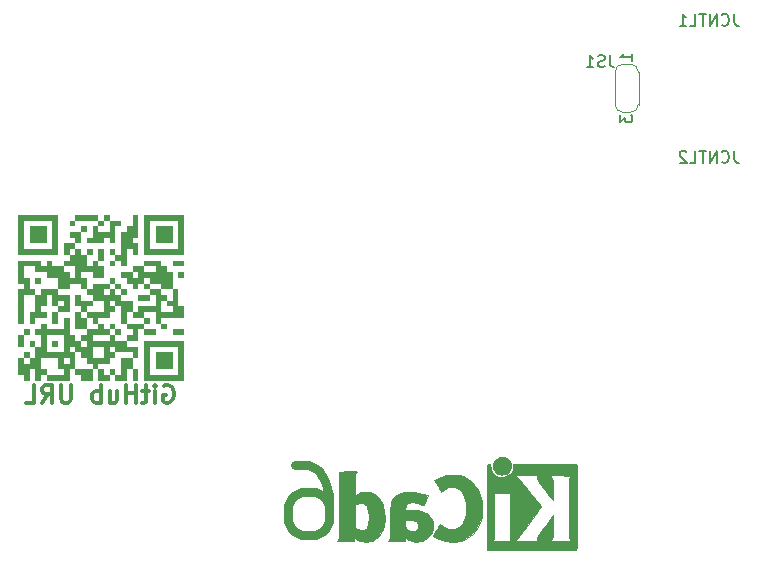
<source format=gbr>
%TF.GenerationSoftware,KiCad,Pcbnew,(6.0.10)*%
%TF.CreationDate,2023-01-10T11:19:31-08:00*%
%TF.ProjectId,we_ssr_control,77655f73-7372-45f6-936f-6e74726f6c2e,0.0.9*%
%TF.SameCoordinates,PX2faf080PY8583b00*%
%TF.FileFunction,Legend,Bot*%
%TF.FilePolarity,Positive*%
%FSLAX46Y46*%
G04 Gerber Fmt 4.6, Leading zero omitted, Abs format (unit mm)*
G04 Created by KiCad (PCBNEW (6.0.10)) date 2023-01-10 11:19:31*
%MOMM*%
%LPD*%
G01*
G04 APERTURE LIST*
%ADD10C,0.150000*%
%ADD11C,0.750000*%
%ADD12C,0.300000*%
%ADD13C,0.120000*%
%ADD14C,0.010000*%
G04 APERTURE END LIST*
D10*
X64092857Y51297620D02*
X64092857Y50583334D01*
X64140476Y50440477D01*
X64235714Y50345239D01*
X64378571Y50297620D01*
X64473809Y50297620D01*
X63045238Y50392858D02*
X63092857Y50345239D01*
X63235714Y50297620D01*
X63330952Y50297620D01*
X63473809Y50345239D01*
X63569047Y50440477D01*
X63616666Y50535715D01*
X63664285Y50726191D01*
X63664285Y50869048D01*
X63616666Y51059524D01*
X63569047Y51154762D01*
X63473809Y51250000D01*
X63330952Y51297620D01*
X63235714Y51297620D01*
X63092857Y51250000D01*
X63045238Y51202381D01*
X62616666Y50297620D02*
X62616666Y51297620D01*
X62045238Y50297620D01*
X62045238Y51297620D01*
X61711904Y51297620D02*
X61140476Y51297620D01*
X61426190Y50297620D02*
X61426190Y51297620D01*
X60330952Y50297620D02*
X60807142Y50297620D01*
X60807142Y51297620D01*
X59473809Y50297620D02*
X60045238Y50297620D01*
X59759523Y50297620D02*
X59759523Y51297620D01*
X59854761Y51154762D01*
X59950000Y51059524D01*
X60045238Y51011905D01*
X64092857Y39697620D02*
X64092857Y38983334D01*
X64140476Y38840477D01*
X64235714Y38745239D01*
X64378571Y38697620D01*
X64473809Y38697620D01*
X63045238Y38792858D02*
X63092857Y38745239D01*
X63235714Y38697620D01*
X63330952Y38697620D01*
X63473809Y38745239D01*
X63569047Y38840477D01*
X63616666Y38935715D01*
X63664285Y39126191D01*
X63664285Y39269048D01*
X63616666Y39459524D01*
X63569047Y39554762D01*
X63473809Y39650000D01*
X63330952Y39697620D01*
X63235714Y39697620D01*
X63092857Y39650000D01*
X63045238Y39602381D01*
X62616666Y38697620D02*
X62616666Y39697620D01*
X62045238Y38697620D01*
X62045238Y39697620D01*
X61711904Y39697620D02*
X61140476Y39697620D01*
X61426190Y38697620D02*
X61426190Y39697620D01*
X60330952Y38697620D02*
X60807142Y38697620D01*
X60807142Y39697620D01*
X60045238Y39602381D02*
X59997619Y39650000D01*
X59902380Y39697620D01*
X59664285Y39697620D01*
X59569047Y39650000D01*
X59521428Y39602381D01*
X59473809Y39507143D01*
X59473809Y39411905D01*
X59521428Y39269048D01*
X60092857Y38697620D01*
X59473809Y38697620D01*
%TO.C,JS1*%
X53559523Y47797620D02*
X53559523Y47083334D01*
X53607142Y46940477D01*
X53702380Y46845239D01*
X53845238Y46797620D01*
X53940476Y46797620D01*
X53130952Y46845239D02*
X52988095Y46797620D01*
X52750000Y46797620D01*
X52654761Y46845239D01*
X52607142Y46892858D01*
X52559523Y46988096D01*
X52559523Y47083334D01*
X52607142Y47178572D01*
X52654761Y47226191D01*
X52750000Y47273810D01*
X52940476Y47321429D01*
X53035714Y47369048D01*
X53083333Y47416667D01*
X53130952Y47511905D01*
X53130952Y47607143D01*
X53083333Y47702381D01*
X53035714Y47750000D01*
X52940476Y47797620D01*
X52702380Y47797620D01*
X52559523Y47750000D01*
X51607142Y46797620D02*
X52178571Y46797620D01*
X51892857Y46797620D02*
X51892857Y47797620D01*
X51988095Y47654762D01*
X52083333Y47559524D01*
X52178571Y47511905D01*
X54452380Y42733334D02*
X54452380Y42114286D01*
X54833333Y42447620D01*
X54833333Y42304762D01*
X54880952Y42209524D01*
X54928571Y42161905D01*
X55023809Y42114286D01*
X55261904Y42114286D01*
X55357142Y42161905D01*
X55404761Y42209524D01*
X55452380Y42304762D01*
X55452380Y42590477D01*
X55404761Y42685715D01*
X55357142Y42733334D01*
X55452380Y47314286D02*
X55452380Y47885715D01*
X55452380Y47600000D02*
X54452380Y47600000D01*
X54595238Y47695239D01*
X54690476Y47790477D01*
X54738095Y47885715D01*
D11*
%TO.C,#LOGO3*%
X26907142Y13135715D02*
X28050000Y13135715D01*
X28621428Y12850000D01*
X28907142Y12564286D01*
X29478571Y11707143D01*
X29764285Y10564286D01*
X29764285Y8278572D01*
X29478571Y7707143D01*
X29192857Y7421429D01*
X28621428Y7135715D01*
X27478571Y7135715D01*
X26907142Y7421429D01*
X26621428Y7707143D01*
X26335714Y8278572D01*
X26335714Y9707143D01*
X26621428Y10278572D01*
X26907142Y10564286D01*
X27478571Y10850000D01*
X28621428Y10850000D01*
X29192857Y10564286D01*
X29478571Y10278572D01*
X29764285Y9707143D01*
D12*
%TO.C,QRCode1*%
X15784000Y19812000D02*
X15929142Y19884572D01*
X16146857Y19884572D01*
X16364571Y19812000D01*
X16509714Y19666858D01*
X16582285Y19521715D01*
X16654857Y19231429D01*
X16654857Y19013715D01*
X16582285Y18723429D01*
X16509714Y18578286D01*
X16364571Y18433143D01*
X16146857Y18360572D01*
X16001714Y18360572D01*
X15784000Y18433143D01*
X15711428Y18505715D01*
X15711428Y19013715D01*
X16001714Y19013715D01*
X15058285Y18360572D02*
X15058285Y19376572D01*
X15058285Y19884572D02*
X15130857Y19812000D01*
X15058285Y19739429D01*
X14985714Y19812000D01*
X15058285Y19884572D01*
X15058285Y19739429D01*
X14550285Y19376572D02*
X13969714Y19376572D01*
X14332571Y19884572D02*
X14332571Y18578286D01*
X14260000Y18433143D01*
X14114857Y18360572D01*
X13969714Y18360572D01*
X13461714Y18360572D02*
X13461714Y19884572D01*
X13461714Y19158858D02*
X12590857Y19158858D01*
X12590857Y18360572D02*
X12590857Y19884572D01*
X11212000Y19376572D02*
X11212000Y18360572D01*
X11865142Y19376572D02*
X11865142Y18578286D01*
X11792571Y18433143D01*
X11647428Y18360572D01*
X11429714Y18360572D01*
X11284571Y18433143D01*
X11212000Y18505715D01*
X10486285Y18360572D02*
X10486285Y19884572D01*
X10486285Y19304000D02*
X10341142Y19376572D01*
X10050857Y19376572D01*
X9905714Y19304000D01*
X9833142Y19231429D01*
X9760571Y19086286D01*
X9760571Y18650858D01*
X9833142Y18505715D01*
X9905714Y18433143D01*
X10050857Y18360572D01*
X10341142Y18360572D01*
X10486285Y18433143D01*
X7946285Y19884572D02*
X7946285Y18650858D01*
X7873714Y18505715D01*
X7801142Y18433143D01*
X7656000Y18360572D01*
X7365714Y18360572D01*
X7220571Y18433143D01*
X7148000Y18505715D01*
X7075428Y18650858D01*
X7075428Y19884572D01*
X5478857Y18360572D02*
X5986857Y19086286D01*
X6349714Y18360572D02*
X6349714Y19884572D01*
X5769142Y19884572D01*
X5624000Y19812000D01*
X5551428Y19739429D01*
X5478857Y19594286D01*
X5478857Y19376572D01*
X5551428Y19231429D01*
X5624000Y19158858D01*
X5769142Y19086286D01*
X6349714Y19086286D01*
X4100000Y18360572D02*
X4825714Y18360572D01*
X4825714Y19884572D01*
D13*
%TO.C,JS1*%
X54000000Y46400000D02*
X54000000Y43600000D01*
X55300000Y47050000D02*
X54700000Y47050000D01*
X56000000Y43600000D02*
X56000000Y46400000D01*
X54700000Y42950000D02*
X55300000Y42950000D01*
X54700000Y47050000D02*
G75*
G03*
X54000000Y46350000I-1J-699999D01*
G01*
X54000000Y43650000D02*
G75*
G03*
X54700000Y42950000I700000J0D01*
G01*
X56000000Y46350000D02*
G75*
G03*
X55300000Y47050000I-699999J1D01*
G01*
X55300000Y42950000D02*
G75*
G03*
X56000000Y43650000I0J700000D01*
G01*
%TO.C,#LOGO3*%
G36*
X44536337Y13779161D02*
G01*
X44675779Y13744995D01*
X44807955Y13683675D01*
X44928699Y13595190D01*
X45033846Y13479530D01*
X45119230Y13336687D01*
X45142121Y13286367D01*
X45160666Y13235364D01*
X45171072Y13184376D01*
X45175633Y13121309D01*
X45176643Y13034071D01*
X45176032Y12961461D01*
X45172350Y12894730D01*
X45163322Y12842666D01*
X45146694Y12793314D01*
X45120212Y12734714D01*
X45112552Y12719098D01*
X45022006Y12576107D01*
X44908125Y12458457D01*
X44774141Y12368911D01*
X44623286Y12310228D01*
X44545881Y12293853D01*
X44388849Y12286190D01*
X44236753Y12310984D01*
X44094054Y12365694D01*
X43965212Y12447777D01*
X43854686Y12554691D01*
X43766936Y12683893D01*
X43706423Y12832842D01*
X43684283Y12954735D01*
X43682288Y13089249D01*
X43700295Y13220092D01*
X43737446Y13333428D01*
X43780372Y13414457D01*
X43875933Y13543013D01*
X43989221Y13644473D01*
X44116071Y13718828D01*
X44252318Y13766067D01*
X44393795Y13786182D01*
X44536337Y13779161D01*
G37*
D14*
X44536337Y13779161D02*
X44675779Y13744995D01*
X44807955Y13683675D01*
X44928699Y13595190D01*
X45033846Y13479530D01*
X45119230Y13336687D01*
X45142121Y13286367D01*
X45160666Y13235364D01*
X45171072Y13184376D01*
X45175633Y13121309D01*
X45176643Y13034071D01*
X45176032Y12961461D01*
X45172350Y12894730D01*
X45163322Y12842666D01*
X45146694Y12793314D01*
X45120212Y12734714D01*
X45112552Y12719098D01*
X45022006Y12576107D01*
X44908125Y12458457D01*
X44774141Y12368911D01*
X44623286Y12310228D01*
X44545881Y12293853D01*
X44388849Y12286190D01*
X44236753Y12310984D01*
X44094054Y12365694D01*
X43965212Y12447777D01*
X43854686Y12554691D01*
X43766936Y12683893D01*
X43706423Y12832842D01*
X43684283Y12954735D01*
X43682288Y13089249D01*
X43700295Y13220092D01*
X43737446Y13333428D01*
X43780372Y13414457D01*
X43875933Y13543013D01*
X43989221Y13644473D01*
X44116071Y13718828D01*
X44252318Y13766067D01*
X44393795Y13786182D01*
X44536337Y13779161D01*
G36*
X38589842Y7786278D02*
G01*
X38572232Y7650167D01*
X38545659Y7536786D01*
X38503259Y7420133D01*
X38404976Y7227890D01*
X38279350Y7058753D01*
X38127681Y6913874D01*
X37951271Y6794406D01*
X37751420Y6701501D01*
X37529429Y6636311D01*
X37438907Y6621608D01*
X37309552Y6611389D01*
X37168675Y6609091D01*
X37028050Y6614528D01*
X36899449Y6627515D01*
X36794643Y6647867D01*
X36741979Y6663891D01*
X36622369Y6710781D01*
X36500783Y6770312D01*
X36389765Y6836029D01*
X36301859Y6901476D01*
X36300778Y6902421D01*
X36252607Y6943264D01*
X36215545Y6972347D01*
X36197537Y6983428D01*
X36195568Y6980783D01*
X36191113Y6952206D01*
X36188018Y6898906D01*
X36186857Y6829214D01*
X36186857Y6675000D01*
X35506500Y6675000D01*
X35488389Y6675003D01*
X35336490Y6675269D01*
X35197078Y6675930D01*
X35074118Y6676938D01*
X34971579Y6678242D01*
X34893426Y6679795D01*
X34843625Y6681546D01*
X34826143Y6683447D01*
X34826550Y6685107D01*
X34837988Y6709623D01*
X34861962Y6755683D01*
X34894179Y6814982D01*
X34962215Y6938071D01*
X34972190Y8153311D01*
X36259429Y8153311D01*
X36259935Y8057297D01*
X36262387Y7956413D01*
X36267190Y7883493D01*
X36274695Y7833788D01*
X36285250Y7802551D01*
X36298828Y7780245D01*
X36349962Y7719439D01*
X36418475Y7656137D01*
X36493568Y7599735D01*
X36564440Y7559630D01*
X36603761Y7544915D01*
X36694302Y7525323D01*
X36812555Y7515306D01*
X36937232Y7516823D01*
X37055627Y7537426D01*
X37154449Y7579989D01*
X37239948Y7646429D01*
X37264000Y7671005D01*
X37326622Y7754815D01*
X37360504Y7845150D01*
X37370679Y7953849D01*
X37367922Y8011275D01*
X37340661Y8129493D01*
X37283390Y8230961D01*
X37195068Y8316821D01*
X37074651Y8388216D01*
X36921097Y8446286D01*
X36859193Y8461525D01*
X36784251Y8471959D01*
X36689937Y8477754D01*
X36567857Y8479702D01*
X36548026Y8479701D01*
X36456696Y8478586D01*
X36378244Y8475892D01*
X36320471Y8471971D01*
X36291179Y8467176D01*
X36287808Y8465620D01*
X36276910Y8455846D01*
X36269192Y8436206D01*
X36264119Y8401415D01*
X36261157Y8346191D01*
X36259772Y8265250D01*
X36259429Y8153311D01*
X34972190Y8153311D01*
X34972714Y8217143D01*
X34974275Y8403439D01*
X34976458Y8641035D01*
X34978750Y8847302D01*
X34981335Y9025158D01*
X34984400Y9177519D01*
X34988128Y9307304D01*
X34992705Y9417428D01*
X34998316Y9510810D01*
X35005147Y9590365D01*
X35013383Y9659012D01*
X35023208Y9719667D01*
X35034808Y9775248D01*
X35048368Y9828671D01*
X35064073Y9882854D01*
X35082109Y9940714D01*
X35153161Y10122102D01*
X35250464Y10289742D01*
X35371641Y10433268D01*
X35517803Y10553430D01*
X35690057Y10650980D01*
X35889515Y10726669D01*
X36117285Y10781247D01*
X36374477Y10815465D01*
X36464368Y10822270D01*
X36615760Y10827245D01*
X36765814Y10822765D01*
X36921554Y10808073D01*
X37090005Y10782416D01*
X37278193Y10745038D01*
X37493143Y10695182D01*
X37542828Y10683119D01*
X37667601Y10653435D01*
X37785861Y10626102D01*
X37890436Y10602737D01*
X37974154Y10584953D01*
X38029845Y10574364D01*
X38158333Y10553260D01*
X37977695Y10115451D01*
X37932512Y10006141D01*
X37888061Y9899031D01*
X37849923Y9807582D01*
X37819969Y9736267D01*
X37800071Y9689563D01*
X37792103Y9671942D01*
X37790850Y9671690D01*
X37767758Y9679557D01*
X37722353Y9699717D01*
X37662824Y9728583D01*
X37539096Y9784797D01*
X37368837Y9846260D01*
X37194578Y9893330D01*
X37023133Y9924823D01*
X36861317Y9939557D01*
X36715944Y9936350D01*
X36593829Y9914021D01*
X36508601Y9878591D01*
X36411809Y9805983D01*
X36337297Y9707482D01*
X36287199Y9586117D01*
X36263649Y9444920D01*
X36255355Y9314785D01*
X36688285Y9313600D01*
X36834285Y9312376D01*
X36995771Y9308028D01*
X37133725Y9299822D01*
X37255281Y9286961D01*
X37367577Y9268646D01*
X37477747Y9244081D01*
X37592929Y9212467D01*
X37765268Y9152291D01*
X37967975Y9053194D01*
X38145876Y8931810D01*
X38297217Y8789845D01*
X38420243Y8629007D01*
X38513199Y8451003D01*
X38574330Y8257540D01*
X38583904Y8205435D01*
X38596177Y8076467D01*
X38597722Y7953849D01*
X38597990Y7932563D01*
X38589842Y7786278D01*
G37*
X38589842Y7786278D02*
X38572232Y7650167D01*
X38545659Y7536786D01*
X38503259Y7420133D01*
X38404976Y7227890D01*
X38279350Y7058753D01*
X38127681Y6913874D01*
X37951271Y6794406D01*
X37751420Y6701501D01*
X37529429Y6636311D01*
X37438907Y6621608D01*
X37309552Y6611389D01*
X37168675Y6609091D01*
X37028050Y6614528D01*
X36899449Y6627515D01*
X36794643Y6647867D01*
X36741979Y6663891D01*
X36622369Y6710781D01*
X36500783Y6770312D01*
X36389765Y6836029D01*
X36301859Y6901476D01*
X36300778Y6902421D01*
X36252607Y6943264D01*
X36215545Y6972347D01*
X36197537Y6983428D01*
X36195568Y6980783D01*
X36191113Y6952206D01*
X36188018Y6898906D01*
X36186857Y6829214D01*
X36186857Y6675000D01*
X35506500Y6675000D01*
X35488389Y6675003D01*
X35336490Y6675269D01*
X35197078Y6675930D01*
X35074118Y6676938D01*
X34971579Y6678242D01*
X34893426Y6679795D01*
X34843625Y6681546D01*
X34826143Y6683447D01*
X34826550Y6685107D01*
X34837988Y6709623D01*
X34861962Y6755683D01*
X34894179Y6814982D01*
X34962215Y6938071D01*
X34972190Y8153311D01*
X36259429Y8153311D01*
X36259935Y8057297D01*
X36262387Y7956413D01*
X36267190Y7883493D01*
X36274695Y7833788D01*
X36285250Y7802551D01*
X36298828Y7780245D01*
X36349962Y7719439D01*
X36418475Y7656137D01*
X36493568Y7599735D01*
X36564440Y7559630D01*
X36603761Y7544915D01*
X36694302Y7525323D01*
X36812555Y7515306D01*
X36937232Y7516823D01*
X37055627Y7537426D01*
X37154449Y7579989D01*
X37239948Y7646429D01*
X37264000Y7671005D01*
X37326622Y7754815D01*
X37360504Y7845150D01*
X37370679Y7953849D01*
X37367922Y8011275D01*
X37340661Y8129493D01*
X37283390Y8230961D01*
X37195068Y8316821D01*
X37074651Y8388216D01*
X36921097Y8446286D01*
X36859193Y8461525D01*
X36784251Y8471959D01*
X36689937Y8477754D01*
X36567857Y8479702D01*
X36548026Y8479701D01*
X36456696Y8478586D01*
X36378244Y8475892D01*
X36320471Y8471971D01*
X36291179Y8467176D01*
X36287808Y8465620D01*
X36276910Y8455846D01*
X36269192Y8436206D01*
X36264119Y8401415D01*
X36261157Y8346191D01*
X36259772Y8265250D01*
X36259429Y8153311D01*
X34972190Y8153311D01*
X34972714Y8217143D01*
X34974275Y8403439D01*
X34976458Y8641035D01*
X34978750Y8847302D01*
X34981335Y9025158D01*
X34984400Y9177519D01*
X34988128Y9307304D01*
X34992705Y9417428D01*
X34998316Y9510810D01*
X35005147Y9590365D01*
X35013383Y9659012D01*
X35023208Y9719667D01*
X35034808Y9775248D01*
X35048368Y9828671D01*
X35064073Y9882854D01*
X35082109Y9940714D01*
X35153161Y10122102D01*
X35250464Y10289742D01*
X35371641Y10433268D01*
X35517803Y10553430D01*
X35690057Y10650980D01*
X35889515Y10726669D01*
X36117285Y10781247D01*
X36374477Y10815465D01*
X36464368Y10822270D01*
X36615760Y10827245D01*
X36765814Y10822765D01*
X36921554Y10808073D01*
X37090005Y10782416D01*
X37278193Y10745038D01*
X37493143Y10695182D01*
X37542828Y10683119D01*
X37667601Y10653435D01*
X37785861Y10626102D01*
X37890436Y10602737D01*
X37974154Y10584953D01*
X38029845Y10574364D01*
X38158333Y10553260D01*
X37977695Y10115451D01*
X37932512Y10006141D01*
X37888061Y9899031D01*
X37849923Y9807582D01*
X37819969Y9736267D01*
X37800071Y9689563D01*
X37792103Y9671942D01*
X37790850Y9671690D01*
X37767758Y9679557D01*
X37722353Y9699717D01*
X37662824Y9728583D01*
X37539096Y9784797D01*
X37368837Y9846260D01*
X37194578Y9893330D01*
X37023133Y9924823D01*
X36861317Y9939557D01*
X36715944Y9936350D01*
X36593829Y9914021D01*
X36508601Y9878591D01*
X36411809Y9805983D01*
X36337297Y9707482D01*
X36287199Y9586117D01*
X36263649Y9444920D01*
X36255355Y9314785D01*
X36688285Y9313600D01*
X36834285Y9312376D01*
X36995771Y9308028D01*
X37133725Y9299822D01*
X37255281Y9286961D01*
X37367577Y9268646D01*
X37477747Y9244081D01*
X37592929Y9212467D01*
X37765268Y9152291D01*
X37967975Y9053194D01*
X38145876Y8931810D01*
X38297217Y8789845D01*
X38420243Y8629007D01*
X38513199Y8451003D01*
X38574330Y8257540D01*
X38583904Y8205435D01*
X38596177Y8076467D01*
X38597722Y7953849D01*
X38597990Y7932563D01*
X38589842Y7786278D01*
G36*
X40423834Y12283969D02*
G01*
X40667638Y12261587D01*
X40894132Y12216449D01*
X41111742Y12146655D01*
X41328891Y12050304D01*
X41543845Y11927285D01*
X41774534Y11759578D01*
X41988459Y11565677D01*
X42180911Y11350382D01*
X42347180Y11118493D01*
X42482553Y10874810D01*
X42494841Y10848742D01*
X42597750Y10597119D01*
X42675946Y10335655D01*
X42730439Y10059354D01*
X42762241Y9763221D01*
X42772360Y9442261D01*
X42760056Y9110472D01*
X42721001Y8783724D01*
X42654590Y8477851D01*
X42560227Y8190683D01*
X42437320Y7920051D01*
X42285273Y7663786D01*
X42142450Y7468000D01*
X41945243Y7247711D01*
X41730296Y7059026D01*
X41497703Y6902007D01*
X41247558Y6776715D01*
X40979957Y6683214D01*
X40694992Y6621563D01*
X40691740Y6621083D01*
X40636862Y6616268D01*
X40554049Y6612696D01*
X40450958Y6610535D01*
X40335246Y6609950D01*
X40214572Y6611109D01*
X40129997Y6612808D01*
X40004512Y6616742D01*
X39903958Y6622374D01*
X39821083Y6630306D01*
X39748634Y6641137D01*
X39679357Y6655470D01*
X39601416Y6673993D01*
X39520099Y6695086D01*
X39446556Y6717213D01*
X39374112Y6742967D01*
X39296093Y6774940D01*
X39205825Y6815722D01*
X39096631Y6867907D01*
X38961839Y6934085D01*
X38589036Y7118323D01*
X38887628Y7608769D01*
X38926719Y7672959D01*
X38996950Y7788190D01*
X39059811Y7891206D01*
X39113004Y7978252D01*
X39154233Y8045568D01*
X39181200Y8089399D01*
X39191607Y8105985D01*
X39194502Y8105490D01*
X39217820Y8089258D01*
X39258786Y8055571D01*
X39310927Y8009655D01*
X39403787Y7930322D01*
X39569562Y7813010D01*
X39730403Y7731229D01*
X39846631Y7690389D01*
X40043222Y7648652D01*
X40236378Y7641254D01*
X40423299Y7667691D01*
X40601183Y7727460D01*
X40767230Y7820057D01*
X40918637Y7944978D01*
X41002886Y8036986D01*
X41121574Y8207169D01*
X41218964Y8404658D01*
X41295519Y8630464D01*
X41351707Y8885599D01*
X41354256Y8901438D01*
X41366033Y9004097D01*
X41374800Y9131649D01*
X41380486Y9275378D01*
X41383021Y9426569D01*
X41382333Y9576507D01*
X41378352Y9716476D01*
X41371006Y9837759D01*
X41360225Y9931643D01*
X41318900Y10144308D01*
X41249365Y10392730D01*
X41161915Y10610219D01*
X41056665Y10796607D01*
X40933732Y10951727D01*
X40793235Y11075410D01*
X40635288Y11167488D01*
X40460010Y11227791D01*
X40421121Y11235276D01*
X40323666Y11245049D01*
X40209773Y11248239D01*
X40092204Y11245021D01*
X39983717Y11235571D01*
X39897072Y11220064D01*
X39752732Y11170687D01*
X39585228Y11080544D01*
X39436080Y10961916D01*
X39409756Y10936927D01*
X39362057Y10892715D01*
X39328345Y10862958D01*
X39314649Y10853059D01*
X39311277Y10857793D01*
X39290523Y10887687D01*
X39253028Y10941967D01*
X39201270Y11017038D01*
X39137728Y11109306D01*
X39064877Y11215177D01*
X38985197Y11331056D01*
X38659286Y11805183D01*
X38732092Y11826996D01*
X38739690Y11829468D01*
X38789145Y11849102D01*
X38860447Y11880761D01*
X38945228Y11920638D01*
X39035120Y11964924D01*
X39074292Y11984504D01*
X39291804Y12085591D01*
X39492283Y12163762D01*
X39683438Y12221015D01*
X39872981Y12259351D01*
X40068622Y12280769D01*
X40278072Y12287269D01*
X40423834Y12283969D01*
G37*
X40423834Y12283969D02*
X40667638Y12261587D01*
X40894132Y12216449D01*
X41111742Y12146655D01*
X41328891Y12050304D01*
X41543845Y11927285D01*
X41774534Y11759578D01*
X41988459Y11565677D01*
X42180911Y11350382D01*
X42347180Y11118493D01*
X42482553Y10874810D01*
X42494841Y10848742D01*
X42597750Y10597119D01*
X42675946Y10335655D01*
X42730439Y10059354D01*
X42762241Y9763221D01*
X42772360Y9442261D01*
X42760056Y9110472D01*
X42721001Y8783724D01*
X42654590Y8477851D01*
X42560227Y8190683D01*
X42437320Y7920051D01*
X42285273Y7663786D01*
X42142450Y7468000D01*
X41945243Y7247711D01*
X41730296Y7059026D01*
X41497703Y6902007D01*
X41247558Y6776715D01*
X40979957Y6683214D01*
X40694992Y6621563D01*
X40691740Y6621083D01*
X40636862Y6616268D01*
X40554049Y6612696D01*
X40450958Y6610535D01*
X40335246Y6609950D01*
X40214572Y6611109D01*
X40129997Y6612808D01*
X40004512Y6616742D01*
X39903958Y6622374D01*
X39821083Y6630306D01*
X39748634Y6641137D01*
X39679357Y6655470D01*
X39601416Y6673993D01*
X39520099Y6695086D01*
X39446556Y6717213D01*
X39374112Y6742967D01*
X39296093Y6774940D01*
X39205825Y6815722D01*
X39096631Y6867907D01*
X38961839Y6934085D01*
X38589036Y7118323D01*
X38887628Y7608769D01*
X38926719Y7672959D01*
X38996950Y7788190D01*
X39059811Y7891206D01*
X39113004Y7978252D01*
X39154233Y8045568D01*
X39181200Y8089399D01*
X39191607Y8105985D01*
X39194502Y8105490D01*
X39217820Y8089258D01*
X39258786Y8055571D01*
X39310927Y8009655D01*
X39403787Y7930322D01*
X39569562Y7813010D01*
X39730403Y7731229D01*
X39846631Y7690389D01*
X40043222Y7648652D01*
X40236378Y7641254D01*
X40423299Y7667691D01*
X40601183Y7727460D01*
X40767230Y7820057D01*
X40918637Y7944978D01*
X41002886Y8036986D01*
X41121574Y8207169D01*
X41218964Y8404658D01*
X41295519Y8630464D01*
X41351707Y8885599D01*
X41354256Y8901438D01*
X41366033Y9004097D01*
X41374800Y9131649D01*
X41380486Y9275378D01*
X41383021Y9426569D01*
X41382333Y9576507D01*
X41378352Y9716476D01*
X41371006Y9837759D01*
X41360225Y9931643D01*
X41318900Y10144308D01*
X41249365Y10392730D01*
X41161915Y10610219D01*
X41056665Y10796607D01*
X40933732Y10951727D01*
X40793235Y11075410D01*
X40635288Y11167488D01*
X40460010Y11227791D01*
X40421121Y11235276D01*
X40323666Y11245049D01*
X40209773Y11248239D01*
X40092204Y11245021D01*
X39983717Y11235571D01*
X39897072Y11220064D01*
X39752732Y11170687D01*
X39585228Y11080544D01*
X39436080Y10961916D01*
X39409756Y10936927D01*
X39362057Y10892715D01*
X39328345Y10862958D01*
X39314649Y10853059D01*
X39311277Y10857793D01*
X39290523Y10887687D01*
X39253028Y10941967D01*
X39201270Y11017038D01*
X39137728Y11109306D01*
X39064877Y11215177D01*
X38985197Y11331056D01*
X38659286Y11805183D01*
X38732092Y11826996D01*
X38739690Y11829468D01*
X38789145Y11849102D01*
X38860447Y11880761D01*
X38945228Y11920638D01*
X39035120Y11964924D01*
X39074292Y11984504D01*
X39291804Y12085591D01*
X39492283Y12163762D01*
X39683438Y12221015D01*
X39872981Y12259351D01*
X40068622Y12280769D01*
X40278072Y12287269D01*
X40423834Y12283969D01*
G36*
X34493255Y8335567D02*
G01*
X34482247Y8187498D01*
X34463229Y8051202D01*
X34435349Y7918625D01*
X34397754Y7781714D01*
X34340743Y7618064D01*
X34236036Y7397143D01*
X34107598Y7199266D01*
X33957393Y7026303D01*
X33787387Y6880124D01*
X33599545Y6762599D01*
X33395832Y6675598D01*
X33178212Y6620991D01*
X33175593Y6620553D01*
X33016553Y6605250D01*
X32841809Y6607293D01*
X32663820Y6625421D01*
X32495046Y6658376D01*
X32347948Y6704899D01*
X32285161Y6733209D01*
X32203387Y6776239D01*
X32119359Y6825454D01*
X32041845Y6875437D01*
X31979612Y6920771D01*
X31941429Y6956040D01*
X31932663Y6965723D01*
X31922214Y6969108D01*
X31915229Y6952304D01*
X31910082Y6909955D01*
X31905143Y6836705D01*
X31896072Y6684071D01*
X30506360Y6674567D01*
X30554439Y6756607D01*
X30557305Y6761457D01*
X30571285Y6784228D01*
X30583969Y6804513D01*
X30595423Y6824075D01*
X30605715Y6844676D01*
X30614915Y6868080D01*
X30623090Y6896047D01*
X30630309Y6930340D01*
X30636640Y6972722D01*
X30642151Y7024954D01*
X30646910Y7088800D01*
X30650985Y7166021D01*
X30654446Y7258380D01*
X30657359Y7367639D01*
X30659794Y7495560D01*
X30661818Y7643906D01*
X30663452Y7809444D01*
X31986786Y7809444D01*
X32077500Y7749943D01*
X32112386Y7728509D01*
X32192265Y7685689D01*
X32268000Y7651590D01*
X32301168Y7640045D01*
X32406705Y7616996D01*
X32540143Y7605227D01*
X32607996Y7602778D01*
X32670980Y7603334D01*
X32717866Y7609625D01*
X32759920Y7623374D01*
X32808409Y7646308D01*
X32901595Y7707741D01*
X32982324Y7794642D01*
X33046945Y7906631D01*
X33096073Y8045461D01*
X33130321Y8212889D01*
X33150306Y8410671D01*
X33156641Y8640560D01*
X33156333Y8692825D01*
X33147225Y8934985D01*
X33125109Y9145698D01*
X33089447Y9327186D01*
X33039701Y9481673D01*
X32975333Y9611381D01*
X32895805Y9718534D01*
X32862812Y9751237D01*
X32760560Y9819368D01*
X32640526Y9860827D01*
X32507910Y9875378D01*
X32367913Y9862786D01*
X32225733Y9822815D01*
X32086572Y9755229D01*
X31986786Y9695416D01*
X31986786Y7809444D01*
X30663452Y7809444D01*
X30663501Y7814438D01*
X30664909Y8008919D01*
X30666112Y8229112D01*
X30667177Y8476779D01*
X30668173Y8753682D01*
X30669168Y9061583D01*
X30670231Y9402244D01*
X30671429Y9777428D01*
X30680500Y12544214D01*
X31401679Y12548958D01*
X31454124Y12549277D01*
X31608429Y12549911D01*
X31749564Y12550039D01*
X31873677Y12549689D01*
X31976915Y12548888D01*
X32055426Y12547660D01*
X32105357Y12546033D01*
X32122857Y12544033D01*
X32120618Y12537695D01*
X32103917Y12507644D01*
X32076255Y12463943D01*
X32073495Y12459765D01*
X32052048Y12426023D01*
X32034065Y12393194D01*
X32019242Y12357895D01*
X32007274Y12316745D01*
X31997856Y12266362D01*
X31990683Y12203366D01*
X31985450Y12124373D01*
X31981852Y12026003D01*
X31979584Y11904874D01*
X31978342Y11757604D01*
X31977821Y11580812D01*
X31977714Y11371116D01*
X31977905Y11207397D01*
X31978487Y11046661D01*
X31979419Y10900917D01*
X31980659Y10773714D01*
X31982164Y10668600D01*
X31983893Y10589125D01*
X31985802Y10538837D01*
X31987850Y10521286D01*
X31994455Y10524010D01*
X32023490Y10543193D01*
X32064957Y10574697D01*
X32125072Y10617064D01*
X32238021Y10679489D01*
X32367116Y10735172D01*
X32500309Y10778475D01*
X32612215Y10800556D01*
X32751587Y10814632D01*
X32902426Y10819508D01*
X33053093Y10815180D01*
X33191946Y10801641D01*
X33307345Y10778885D01*
X33424847Y10740553D01*
X33620869Y10647629D01*
X33802371Y10524092D01*
X33966004Y10372788D01*
X34108419Y10196560D01*
X34226270Y9998254D01*
X34255528Y9937444D01*
X34337518Y9732330D01*
X34401619Y9509715D01*
X34448642Y9265675D01*
X34479395Y8996287D01*
X34494690Y8697626D01*
X34495400Y8640560D01*
X34497105Y8503463D01*
X34493255Y8335567D01*
G37*
X34493255Y8335567D02*
X34482247Y8187498D01*
X34463229Y8051202D01*
X34435349Y7918625D01*
X34397754Y7781714D01*
X34340743Y7618064D01*
X34236036Y7397143D01*
X34107598Y7199266D01*
X33957393Y7026303D01*
X33787387Y6880124D01*
X33599545Y6762599D01*
X33395832Y6675598D01*
X33178212Y6620991D01*
X33175593Y6620553D01*
X33016553Y6605250D01*
X32841809Y6607293D01*
X32663820Y6625421D01*
X32495046Y6658376D01*
X32347948Y6704899D01*
X32285161Y6733209D01*
X32203387Y6776239D01*
X32119359Y6825454D01*
X32041845Y6875437D01*
X31979612Y6920771D01*
X31941429Y6956040D01*
X31932663Y6965723D01*
X31922214Y6969108D01*
X31915229Y6952304D01*
X31910082Y6909955D01*
X31905143Y6836705D01*
X31896072Y6684071D01*
X30506360Y6674567D01*
X30554439Y6756607D01*
X30557305Y6761457D01*
X30571285Y6784228D01*
X30583969Y6804513D01*
X30595423Y6824075D01*
X30605715Y6844676D01*
X30614915Y6868080D01*
X30623090Y6896047D01*
X30630309Y6930340D01*
X30636640Y6972722D01*
X30642151Y7024954D01*
X30646910Y7088800D01*
X30650985Y7166021D01*
X30654446Y7258380D01*
X30657359Y7367639D01*
X30659794Y7495560D01*
X30661818Y7643906D01*
X30663452Y7809444D01*
X31986786Y7809444D01*
X32077500Y7749943D01*
X32112386Y7728509D01*
X32192265Y7685689D01*
X32268000Y7651590D01*
X32301168Y7640045D01*
X32406705Y7616996D01*
X32540143Y7605227D01*
X32607996Y7602778D01*
X32670980Y7603334D01*
X32717866Y7609625D01*
X32759920Y7623374D01*
X32808409Y7646308D01*
X32901595Y7707741D01*
X32982324Y7794642D01*
X33046945Y7906631D01*
X33096073Y8045461D01*
X33130321Y8212889D01*
X33150306Y8410671D01*
X33156641Y8640560D01*
X33156333Y8692825D01*
X33147225Y8934985D01*
X33125109Y9145698D01*
X33089447Y9327186D01*
X33039701Y9481673D01*
X32975333Y9611381D01*
X32895805Y9718534D01*
X32862812Y9751237D01*
X32760560Y9819368D01*
X32640526Y9860827D01*
X32507910Y9875378D01*
X32367913Y9862786D01*
X32225733Y9822815D01*
X32086572Y9755229D01*
X31986786Y9695416D01*
X31986786Y7809444D01*
X30663452Y7809444D01*
X30663501Y7814438D01*
X30664909Y8008919D01*
X30666112Y8229112D01*
X30667177Y8476779D01*
X30668173Y8753682D01*
X30669168Y9061583D01*
X30670231Y9402244D01*
X30671429Y9777428D01*
X30680500Y12544214D01*
X31401679Y12548958D01*
X31454124Y12549277D01*
X31608429Y12549911D01*
X31749564Y12550039D01*
X31873677Y12549689D01*
X31976915Y12548888D01*
X32055426Y12547660D01*
X32105357Y12546033D01*
X32122857Y12544033D01*
X32120618Y12537695D01*
X32103917Y12507644D01*
X32076255Y12463943D01*
X32073495Y12459765D01*
X32052048Y12426023D01*
X32034065Y12393194D01*
X32019242Y12357895D01*
X32007274Y12316745D01*
X31997856Y12266362D01*
X31990683Y12203366D01*
X31985450Y12124373D01*
X31981852Y12026003D01*
X31979584Y11904874D01*
X31978342Y11757604D01*
X31977821Y11580812D01*
X31977714Y11371116D01*
X31977905Y11207397D01*
X31978487Y11046661D01*
X31979419Y10900917D01*
X31980659Y10773714D01*
X31982164Y10668600D01*
X31983893Y10589125D01*
X31985802Y10538837D01*
X31987850Y10521286D01*
X31994455Y10524010D01*
X32023490Y10543193D01*
X32064957Y10574697D01*
X32125072Y10617064D01*
X32238021Y10679489D01*
X32367116Y10735172D01*
X32500309Y10778475D01*
X32612215Y10800556D01*
X32751587Y10814632D01*
X32902426Y10819508D01*
X33053093Y10815180D01*
X33191946Y10801641D01*
X33307345Y10778885D01*
X33424847Y10740553D01*
X33620869Y10647629D01*
X33802371Y10524092D01*
X33966004Y10372788D01*
X34108419Y10196560D01*
X34226270Y9998254D01*
X34255528Y9937444D01*
X34337518Y9732330D01*
X34401619Y9509715D01*
X34448642Y9265675D01*
X34479395Y8996287D01*
X34494690Y8697626D01*
X34495400Y8640560D01*
X34497105Y8503463D01*
X34493255Y8335567D01*
G36*
X50767560Y6498447D02*
G01*
X50765241Y6377254D01*
X50762425Y6274060D01*
X50759064Y6187365D01*
X50755110Y6115668D01*
X50750517Y6057470D01*
X50745238Y6011270D01*
X50739225Y5975567D01*
X50732430Y5948863D01*
X50724808Y5929655D01*
X50716309Y5916445D01*
X50706889Y5907732D01*
X50696498Y5902015D01*
X50685090Y5897794D01*
X50672618Y5893570D01*
X50659034Y5887841D01*
X50651391Y5884970D01*
X50637371Y5881835D01*
X50616538Y5878963D01*
X50587421Y5876341D01*
X50548544Y5873960D01*
X50498434Y5871806D01*
X50435617Y5869870D01*
X50358620Y5868138D01*
X50265969Y5866600D01*
X50156190Y5865244D01*
X50027810Y5864059D01*
X49879354Y5863032D01*
X49709350Y5862154D01*
X49516323Y5861411D01*
X49298800Y5860793D01*
X49055308Y5860287D01*
X48784371Y5859884D01*
X48484517Y5859570D01*
X48154273Y5859335D01*
X47792164Y5859166D01*
X47396716Y5859053D01*
X46966456Y5858984D01*
X46830108Y5858971D01*
X46409186Y5858962D01*
X46022647Y5859015D01*
X45669034Y5859140D01*
X45346890Y5859348D01*
X45054761Y5859649D01*
X44791188Y5860054D01*
X44554716Y5860574D01*
X44343890Y5861218D01*
X44157251Y5861998D01*
X43993345Y5862924D01*
X43850715Y5864007D01*
X43727905Y5865257D01*
X43623458Y5866685D01*
X43535919Y5868302D01*
X43463830Y5870117D01*
X43405736Y5872142D01*
X43360180Y5874387D01*
X43325707Y5876863D01*
X43300859Y5879580D01*
X43284181Y5882549D01*
X43274217Y5885780D01*
X43271046Y5887218D01*
X43258067Y5891942D01*
X43246165Y5895392D01*
X43235292Y5899070D01*
X43225398Y5904479D01*
X43216437Y5913121D01*
X43208359Y5926498D01*
X43201116Y5946114D01*
X43194661Y5973469D01*
X43188945Y6010067D01*
X43183919Y6057410D01*
X43179536Y6117000D01*
X43175747Y6190341D01*
X43172504Y6278933D01*
X43169759Y6384280D01*
X43167463Y6507883D01*
X43165568Y6651246D01*
X43164946Y6717633D01*
X43643373Y6717633D01*
X43643898Y6711275D01*
X43653521Y6706123D01*
X43675264Y6702050D01*
X43712148Y6698930D01*
X43767193Y6696635D01*
X43843419Y6695041D01*
X43943848Y6694021D01*
X44071501Y6693449D01*
X44229398Y6693198D01*
X44420559Y6693143D01*
X45221314Y6693143D01*
X45153621Y6815607D01*
X45085929Y6938071D01*
X45085929Y10494071D01*
X45153621Y10616535D01*
X45221314Y10739000D01*
X43789993Y10739000D01*
X43784818Y8856678D01*
X43779643Y6974357D01*
X43728903Y6865992D01*
X43702151Y6812281D01*
X43671860Y6758476D01*
X43648984Y6725385D01*
X43648926Y6725321D01*
X43643373Y6717633D01*
X43164946Y6717633D01*
X43164026Y6815871D01*
X43162789Y7003260D01*
X43161808Y7214915D01*
X43161035Y7452339D01*
X43160422Y7717034D01*
X43159921Y8010502D01*
X43159484Y8334247D01*
X43159061Y8689770D01*
X43158605Y9078574D01*
X43158068Y9502160D01*
X43157999Y9553440D01*
X43157400Y9974343D01*
X43156827Y10360638D01*
X43156323Y10713828D01*
X43155930Y11035416D01*
X43155690Y11326906D01*
X43155646Y11589800D01*
X43155840Y11825602D01*
X43156314Y12035814D01*
X43157112Y12221940D01*
X43158274Y12385483D01*
X43159844Y12527945D01*
X43161864Y12650830D01*
X43164377Y12755641D01*
X43167424Y12843881D01*
X43171049Y12917053D01*
X43175293Y12976660D01*
X43180198Y13024205D01*
X43185808Y13061192D01*
X43192165Y13089122D01*
X43199311Y13109500D01*
X43207288Y13123829D01*
X43216139Y13133610D01*
X43225906Y13140349D01*
X43236632Y13145546D01*
X43248358Y13150707D01*
X43261128Y13157333D01*
X43264865Y13159444D01*
X43321405Y13179882D01*
X43383300Y13188283D01*
X43453072Y13188280D01*
X43454234Y13029533D01*
X43454529Y13011265D01*
X43476706Y12825573D01*
X43533188Y12650853D01*
X43623192Y12488957D01*
X43745932Y12341735D01*
X43811798Y12281689D01*
X43958454Y12182162D01*
X44118470Y12112758D01*
X44287185Y12073513D01*
X44459939Y12064463D01*
X44632072Y12085647D01*
X44798922Y12137101D01*
X44936080Y12208571D01*
X45543127Y12208571D01*
X45622957Y12151138D01*
X45690470Y12097159D01*
X45785603Y12009114D01*
X45893507Y11898770D01*
X46010097Y11770330D01*
X46131285Y11628000D01*
X46162494Y11589938D01*
X46215629Y11524657D01*
X46285083Y11439012D01*
X46368556Y11335860D01*
X46463746Y11218061D01*
X46568354Y11088472D01*
X46680077Y10949953D01*
X46796615Y10805361D01*
X46850067Y10739000D01*
X46915667Y10657556D01*
X47034932Y10509397D01*
X47152109Y10363740D01*
X47264896Y10223446D01*
X47370994Y10091373D01*
X47468101Y9970379D01*
X47553916Y9863322D01*
X47626138Y9773062D01*
X47682466Y9702457D01*
X47720599Y9654365D01*
X47738237Y9631645D01*
X47739692Y9623107D01*
X47734850Y9606868D01*
X47722302Y9581321D01*
X47700797Y9544653D01*
X47669080Y9495051D01*
X47625900Y9430705D01*
X47570005Y9349802D01*
X47500141Y9250529D01*
X47415057Y9131074D01*
X47313499Y8989626D01*
X47194216Y8824371D01*
X47055954Y8633499D01*
X46897462Y8415196D01*
X46771177Y8241429D01*
X46617105Y8029593D01*
X46481580Y7843560D01*
X46363024Y7681266D01*
X46259861Y7540646D01*
X46170515Y7419635D01*
X46093411Y7316168D01*
X46026972Y7228182D01*
X45969623Y7153610D01*
X45919786Y7090390D01*
X45875886Y7036455D01*
X45836347Y6989742D01*
X45799593Y6948186D01*
X45764047Y6909721D01*
X45728135Y6872285D01*
X45690278Y6833811D01*
X45550771Y6693143D01*
X47426357Y6693067D01*
X47420464Y6806725D01*
X47420179Y6812436D01*
X47419060Y6857873D01*
X47421181Y6901407D01*
X47427958Y6945424D01*
X47440812Y6992307D01*
X47461160Y7044442D01*
X47490420Y7104214D01*
X47530012Y7174006D01*
X47581353Y7256203D01*
X47645862Y7353191D01*
X47724957Y7467353D01*
X47820057Y7601075D01*
X47932581Y7756740D01*
X48063946Y7936735D01*
X48215572Y8143443D01*
X48750786Y8872089D01*
X48755501Y8027245D01*
X48755919Y7948438D01*
X48756656Y7736168D01*
X48756321Y7555619D01*
X48754519Y7403372D01*
X48750856Y7276012D01*
X48744936Y7170122D01*
X48736367Y7082285D01*
X48724751Y7009084D01*
X48709697Y6947102D01*
X48690807Y6892924D01*
X48667689Y6843131D01*
X48639947Y6794307D01*
X48607187Y6743036D01*
X48574256Y6693143D01*
X50285704Y6693143D01*
X50241496Y6752107D01*
X50234572Y6761435D01*
X50179221Y6846930D01*
X50141064Y6933356D01*
X50116008Y7032387D01*
X50099959Y7155696D01*
X50099518Y7161071D01*
X50097189Y7211933D01*
X50095087Y7296794D01*
X50093219Y7413714D01*
X50091596Y7560754D01*
X50090227Y7735974D01*
X50089120Y7937437D01*
X50088285Y8163202D01*
X50087732Y8411331D01*
X50087468Y8679885D01*
X50087503Y8966923D01*
X50087847Y9270508D01*
X50088508Y9588700D01*
X50089209Y9874119D01*
X50089958Y10184804D01*
X50090696Y10462774D01*
X50091515Y10709978D01*
X50092507Y10928363D01*
X50093766Y11119875D01*
X50095383Y11286463D01*
X50097452Y11430075D01*
X50100065Y11552656D01*
X50103315Y11656156D01*
X50107293Y11742521D01*
X50112094Y11813699D01*
X50117809Y11871637D01*
X50124532Y11918283D01*
X50132354Y11955584D01*
X50141368Y11985488D01*
X50151667Y12009942D01*
X50163344Y12030894D01*
X50176492Y12050291D01*
X50191202Y12070080D01*
X50207567Y12092209D01*
X50223396Y12114385D01*
X50253991Y12158231D01*
X50272317Y12185893D01*
X50272759Y12187051D01*
X50266360Y12192282D01*
X50243779Y12196647D01*
X50202502Y12200212D01*
X50140017Y12203046D01*
X50053812Y12205213D01*
X49941373Y12206783D01*
X49800188Y12207821D01*
X49627745Y12208395D01*
X49421530Y12208571D01*
X48557060Y12208571D01*
X48602621Y12154426D01*
X48629026Y12117237D01*
X48672978Y12029554D01*
X48711495Y11920501D01*
X48740893Y11799532D01*
X48742766Y11788048D01*
X48748341Y11727508D01*
X48752563Y11633944D01*
X48755443Y11506708D01*
X48756992Y11345154D01*
X48757221Y11148632D01*
X48756143Y10916496D01*
X48750786Y10141492D01*
X48197429Y10841258D01*
X48181579Y10861302D01*
X48041253Y11038948D01*
X47921453Y11191086D01*
X47820270Y11320302D01*
X47735800Y11429183D01*
X47666135Y11520315D01*
X47609368Y11596286D01*
X47563594Y11659683D01*
X47526906Y11713092D01*
X47497396Y11759099D01*
X47473159Y11800293D01*
X47452288Y11839259D01*
X47432877Y11878585D01*
X47403015Y11948195D01*
X47383724Y12021628D01*
X47378592Y12100835D01*
X47379108Y12208571D01*
X45543127Y12208571D01*
X44936080Y12208571D01*
X44955830Y12218862D01*
X45098136Y12330968D01*
X45137695Y12370490D01*
X45254620Y12516825D01*
X45337588Y12675633D01*
X45387043Y12847937D01*
X45403429Y13034762D01*
X45403429Y13188285D01*
X48007830Y13188286D01*
X48170540Y13188293D01*
X48520089Y13188340D01*
X48835856Y13188374D01*
X49119588Y13188327D01*
X49373031Y13188128D01*
X49597931Y13187709D01*
X49796034Y13187002D01*
X49969087Y13185935D01*
X50118835Y13184442D01*
X50247025Y13182453D01*
X50355403Y13179898D01*
X50445715Y13176709D01*
X50519707Y13172817D01*
X50579125Y13168152D01*
X50625716Y13162646D01*
X50661226Y13156229D01*
X50687400Y13148833D01*
X50705986Y13140389D01*
X50718728Y13130827D01*
X50727374Y13120078D01*
X50733670Y13108074D01*
X50739360Y13094745D01*
X50746193Y13080022D01*
X50746316Y13079782D01*
X50749633Y13070144D01*
X50752676Y13054007D01*
X50755456Y13029879D01*
X50757985Y12996273D01*
X50760274Y12951699D01*
X50762334Y12894667D01*
X50764179Y12823689D01*
X50765817Y12737275D01*
X50767263Y12633936D01*
X50768526Y12512182D01*
X50769619Y12370525D01*
X50770553Y12207474D01*
X50771340Y12021542D01*
X50771991Y11811238D01*
X50772517Y11575073D01*
X50772931Y11311558D01*
X50773244Y11019203D01*
X50773467Y10696520D01*
X50773612Y10342019D01*
X50773691Y9954211D01*
X50773714Y9531607D01*
X50773715Y9448586D01*
X50773755Y9030386D01*
X50773817Y8646687D01*
X50773854Y8295991D01*
X50773817Y7976796D01*
X50773662Y7687602D01*
X50773339Y7426909D01*
X50772801Y7193216D01*
X50772001Y6985024D01*
X50770892Y6800832D01*
X50769916Y6693143D01*
X50769428Y6639140D01*
X50767560Y6498447D01*
G37*
X50767560Y6498447D02*
X50765241Y6377254D01*
X50762425Y6274060D01*
X50759064Y6187365D01*
X50755110Y6115668D01*
X50750517Y6057470D01*
X50745238Y6011270D01*
X50739225Y5975567D01*
X50732430Y5948863D01*
X50724808Y5929655D01*
X50716309Y5916445D01*
X50706889Y5907732D01*
X50696498Y5902015D01*
X50685090Y5897794D01*
X50672618Y5893570D01*
X50659034Y5887841D01*
X50651391Y5884970D01*
X50637371Y5881835D01*
X50616538Y5878963D01*
X50587421Y5876341D01*
X50548544Y5873960D01*
X50498434Y5871806D01*
X50435617Y5869870D01*
X50358620Y5868138D01*
X50265969Y5866600D01*
X50156190Y5865244D01*
X50027810Y5864059D01*
X49879354Y5863032D01*
X49709350Y5862154D01*
X49516323Y5861411D01*
X49298800Y5860793D01*
X49055308Y5860287D01*
X48784371Y5859884D01*
X48484517Y5859570D01*
X48154273Y5859335D01*
X47792164Y5859166D01*
X47396716Y5859053D01*
X46966456Y5858984D01*
X46830108Y5858971D01*
X46409186Y5858962D01*
X46022647Y5859015D01*
X45669034Y5859140D01*
X45346890Y5859348D01*
X45054761Y5859649D01*
X44791188Y5860054D01*
X44554716Y5860574D01*
X44343890Y5861218D01*
X44157251Y5861998D01*
X43993345Y5862924D01*
X43850715Y5864007D01*
X43727905Y5865257D01*
X43623458Y5866685D01*
X43535919Y5868302D01*
X43463830Y5870117D01*
X43405736Y5872142D01*
X43360180Y5874387D01*
X43325707Y5876863D01*
X43300859Y5879580D01*
X43284181Y5882549D01*
X43274217Y5885780D01*
X43271046Y5887218D01*
X43258067Y5891942D01*
X43246165Y5895392D01*
X43235292Y5899070D01*
X43225398Y5904479D01*
X43216437Y5913121D01*
X43208359Y5926498D01*
X43201116Y5946114D01*
X43194661Y5973469D01*
X43188945Y6010067D01*
X43183919Y6057410D01*
X43179536Y6117000D01*
X43175747Y6190341D01*
X43172504Y6278933D01*
X43169759Y6384280D01*
X43167463Y6507883D01*
X43165568Y6651246D01*
X43164946Y6717633D01*
X43643373Y6717633D01*
X43643898Y6711275D01*
X43653521Y6706123D01*
X43675264Y6702050D01*
X43712148Y6698930D01*
X43767193Y6696635D01*
X43843419Y6695041D01*
X43943848Y6694021D01*
X44071501Y6693449D01*
X44229398Y6693198D01*
X44420559Y6693143D01*
X45221314Y6693143D01*
X45153621Y6815607D01*
X45085929Y6938071D01*
X45085929Y10494071D01*
X45153621Y10616535D01*
X45221314Y10739000D01*
X43789993Y10739000D01*
X43784818Y8856678D01*
X43779643Y6974357D01*
X43728903Y6865992D01*
X43702151Y6812281D01*
X43671860Y6758476D01*
X43648984Y6725385D01*
X43648926Y6725321D01*
X43643373Y6717633D01*
X43164946Y6717633D01*
X43164026Y6815871D01*
X43162789Y7003260D01*
X43161808Y7214915D01*
X43161035Y7452339D01*
X43160422Y7717034D01*
X43159921Y8010502D01*
X43159484Y8334247D01*
X43159061Y8689770D01*
X43158605Y9078574D01*
X43158068Y9502160D01*
X43157999Y9553440D01*
X43157400Y9974343D01*
X43156827Y10360638D01*
X43156323Y10713828D01*
X43155930Y11035416D01*
X43155690Y11326906D01*
X43155646Y11589800D01*
X43155840Y11825602D01*
X43156314Y12035814D01*
X43157112Y12221940D01*
X43158274Y12385483D01*
X43159844Y12527945D01*
X43161864Y12650830D01*
X43164377Y12755641D01*
X43167424Y12843881D01*
X43171049Y12917053D01*
X43175293Y12976660D01*
X43180198Y13024205D01*
X43185808Y13061192D01*
X43192165Y13089122D01*
X43199311Y13109500D01*
X43207288Y13123829D01*
X43216139Y13133610D01*
X43225906Y13140349D01*
X43236632Y13145546D01*
X43248358Y13150707D01*
X43261128Y13157333D01*
X43264865Y13159444D01*
X43321405Y13179882D01*
X43383300Y13188283D01*
X43453072Y13188280D01*
X43454234Y13029533D01*
X43454529Y13011265D01*
X43476706Y12825573D01*
X43533188Y12650853D01*
X43623192Y12488957D01*
X43745932Y12341735D01*
X43811798Y12281689D01*
X43958454Y12182162D01*
X44118470Y12112758D01*
X44287185Y12073513D01*
X44459939Y12064463D01*
X44632072Y12085647D01*
X44798922Y12137101D01*
X44936080Y12208571D01*
X45543127Y12208571D01*
X45622957Y12151138D01*
X45690470Y12097159D01*
X45785603Y12009114D01*
X45893507Y11898770D01*
X46010097Y11770330D01*
X46131285Y11628000D01*
X46162494Y11589938D01*
X46215629Y11524657D01*
X46285083Y11439012D01*
X46368556Y11335860D01*
X46463746Y11218061D01*
X46568354Y11088472D01*
X46680077Y10949953D01*
X46796615Y10805361D01*
X46850067Y10739000D01*
X46915667Y10657556D01*
X47034932Y10509397D01*
X47152109Y10363740D01*
X47264896Y10223446D01*
X47370994Y10091373D01*
X47468101Y9970379D01*
X47553916Y9863322D01*
X47626138Y9773062D01*
X47682466Y9702457D01*
X47720599Y9654365D01*
X47738237Y9631645D01*
X47739692Y9623107D01*
X47734850Y9606868D01*
X47722302Y9581321D01*
X47700797Y9544653D01*
X47669080Y9495051D01*
X47625900Y9430705D01*
X47570005Y9349802D01*
X47500141Y9250529D01*
X47415057Y9131074D01*
X47313499Y8989626D01*
X47194216Y8824371D01*
X47055954Y8633499D01*
X46897462Y8415196D01*
X46771177Y8241429D01*
X46617105Y8029593D01*
X46481580Y7843560D01*
X46363024Y7681266D01*
X46259861Y7540646D01*
X46170515Y7419635D01*
X46093411Y7316168D01*
X46026972Y7228182D01*
X45969623Y7153610D01*
X45919786Y7090390D01*
X45875886Y7036455D01*
X45836347Y6989742D01*
X45799593Y6948186D01*
X45764047Y6909721D01*
X45728135Y6872285D01*
X45690278Y6833811D01*
X45550771Y6693143D01*
X47426357Y6693067D01*
X47420464Y6806725D01*
X47420179Y6812436D01*
X47419060Y6857873D01*
X47421181Y6901407D01*
X47427958Y6945424D01*
X47440812Y6992307D01*
X47461160Y7044442D01*
X47490420Y7104214D01*
X47530012Y7174006D01*
X47581353Y7256203D01*
X47645862Y7353191D01*
X47724957Y7467353D01*
X47820057Y7601075D01*
X47932581Y7756740D01*
X48063946Y7936735D01*
X48215572Y8143443D01*
X48750786Y8872089D01*
X48755501Y8027245D01*
X48755919Y7948438D01*
X48756656Y7736168D01*
X48756321Y7555619D01*
X48754519Y7403372D01*
X48750856Y7276012D01*
X48744936Y7170122D01*
X48736367Y7082285D01*
X48724751Y7009084D01*
X48709697Y6947102D01*
X48690807Y6892924D01*
X48667689Y6843131D01*
X48639947Y6794307D01*
X48607187Y6743036D01*
X48574256Y6693143D01*
X50285704Y6693143D01*
X50241496Y6752107D01*
X50234572Y6761435D01*
X50179221Y6846930D01*
X50141064Y6933356D01*
X50116008Y7032387D01*
X50099959Y7155696D01*
X50099518Y7161071D01*
X50097189Y7211933D01*
X50095087Y7296794D01*
X50093219Y7413714D01*
X50091596Y7560754D01*
X50090227Y7735974D01*
X50089120Y7937437D01*
X50088285Y8163202D01*
X50087732Y8411331D01*
X50087468Y8679885D01*
X50087503Y8966923D01*
X50087847Y9270508D01*
X50088508Y9588700D01*
X50089209Y9874119D01*
X50089958Y10184804D01*
X50090696Y10462774D01*
X50091515Y10709978D01*
X50092507Y10928363D01*
X50093766Y11119875D01*
X50095383Y11286463D01*
X50097452Y11430075D01*
X50100065Y11552656D01*
X50103315Y11656156D01*
X50107293Y11742521D01*
X50112094Y11813699D01*
X50117809Y11871637D01*
X50124532Y11918283D01*
X50132354Y11955584D01*
X50141368Y11985488D01*
X50151667Y12009942D01*
X50163344Y12030894D01*
X50176492Y12050291D01*
X50191202Y12070080D01*
X50207567Y12092209D01*
X50223396Y12114385D01*
X50253991Y12158231D01*
X50272317Y12185893D01*
X50272759Y12187051D01*
X50266360Y12192282D01*
X50243779Y12196647D01*
X50202502Y12200212D01*
X50140017Y12203046D01*
X50053812Y12205213D01*
X49941373Y12206783D01*
X49800188Y12207821D01*
X49627745Y12208395D01*
X49421530Y12208571D01*
X48557060Y12208571D01*
X48602621Y12154426D01*
X48629026Y12117237D01*
X48672978Y12029554D01*
X48711495Y11920501D01*
X48740893Y11799532D01*
X48742766Y11788048D01*
X48748341Y11727508D01*
X48752563Y11633944D01*
X48755443Y11506708D01*
X48756992Y11345154D01*
X48757221Y11148632D01*
X48756143Y10916496D01*
X48750786Y10141492D01*
X48197429Y10841258D01*
X48181579Y10861302D01*
X48041253Y11038948D01*
X47921453Y11191086D01*
X47820270Y11320302D01*
X47735800Y11429183D01*
X47666135Y11520315D01*
X47609368Y11596286D01*
X47563594Y11659683D01*
X47526906Y11713092D01*
X47497396Y11759099D01*
X47473159Y11800293D01*
X47452288Y11839259D01*
X47432877Y11878585D01*
X47403015Y11948195D01*
X47383724Y12021628D01*
X47378592Y12100835D01*
X47379108Y12208571D01*
X45543127Y12208571D01*
X44936080Y12208571D01*
X44955830Y12218862D01*
X45098136Y12330968D01*
X45137695Y12370490D01*
X45254620Y12516825D01*
X45337588Y12675633D01*
X45387043Y12847937D01*
X45403429Y13034762D01*
X45403429Y13188285D01*
X48007830Y13188286D01*
X48170540Y13188293D01*
X48520089Y13188340D01*
X48835856Y13188374D01*
X49119588Y13188327D01*
X49373031Y13188128D01*
X49597931Y13187709D01*
X49796034Y13187002D01*
X49969087Y13185935D01*
X50118835Y13184442D01*
X50247025Y13182453D01*
X50355403Y13179898D01*
X50445715Y13176709D01*
X50519707Y13172817D01*
X50579125Y13168152D01*
X50625716Y13162646D01*
X50661226Y13156229D01*
X50687400Y13148833D01*
X50705986Y13140389D01*
X50718728Y13130827D01*
X50727374Y13120078D01*
X50733670Y13108074D01*
X50739360Y13094745D01*
X50746193Y13080022D01*
X50746316Y13079782D01*
X50749633Y13070144D01*
X50752676Y13054007D01*
X50755456Y13029879D01*
X50757985Y12996273D01*
X50760274Y12951699D01*
X50762334Y12894667D01*
X50764179Y12823689D01*
X50765817Y12737275D01*
X50767263Y12633936D01*
X50768526Y12512182D01*
X50769619Y12370525D01*
X50770553Y12207474D01*
X50771340Y12021542D01*
X50771991Y11811238D01*
X50772517Y11575073D01*
X50772931Y11311558D01*
X50773244Y11019203D01*
X50773467Y10696520D01*
X50773612Y10342019D01*
X50773691Y9954211D01*
X50773714Y9531607D01*
X50773715Y9448586D01*
X50773755Y9030386D01*
X50773817Y8646687D01*
X50773854Y8295991D01*
X50773817Y7976796D01*
X50773662Y7687602D01*
X50773339Y7426909D01*
X50772801Y7193216D01*
X50772001Y6985024D01*
X50770892Y6800832D01*
X50769916Y6693143D01*
X50769428Y6639140D01*
X50767560Y6498447D01*
%TO.C,QRCode1*%
G36*
X11711997Y30885992D02*
G01*
X11227199Y30885992D01*
X11227199Y31370791D01*
X11711997Y31370791D01*
X11711997Y30885992D01*
G37*
G36*
X10742400Y30401193D02*
G01*
X10257601Y30401193D01*
X10257601Y31370791D01*
X10742400Y31370791D01*
X10742400Y30401193D01*
G37*
G36*
X6864008Y23129209D02*
G01*
X6379209Y23129209D01*
X6379209Y23614008D01*
X6864008Y23614008D01*
X6864008Y23129209D01*
G37*
G36*
X8318405Y33309987D02*
G01*
X7833606Y33309987D01*
X7833606Y33794785D01*
X8318405Y33794785D01*
X8318405Y33309987D01*
G37*
G36*
X11711997Y29916394D02*
G01*
X11227199Y29916394D01*
X11227199Y30401193D01*
X11711997Y30401193D01*
X11711997Y29916394D01*
G37*
G36*
X16075188Y24583606D02*
G01*
X15590389Y24583606D01*
X15590389Y25068405D01*
X16075188Y25068405D01*
X16075188Y24583606D01*
G37*
G36*
X13651193Y20220416D02*
G01*
X13166394Y20220416D01*
X13166394Y21190014D01*
X13651193Y21190014D01*
X13651193Y20220416D01*
G37*
G36*
X9772802Y30885992D02*
G01*
X9288003Y30885992D01*
X9288003Y31370791D01*
X9772802Y31370791D01*
X9772802Y30885992D01*
G37*
G36*
X17529584Y28946796D02*
G01*
X17044785Y28946796D01*
X17044785Y29431595D01*
X17529584Y29431595D01*
X17529584Y28946796D01*
G37*
G36*
X17529584Y24098807D02*
G01*
X16559987Y24098807D01*
X16559987Y24583606D01*
X17529584Y24583606D01*
X17529584Y24098807D01*
G37*
G36*
X8803204Y31855590D02*
G01*
X8318405Y31855590D01*
X8318405Y32340389D01*
X7833606Y32340389D01*
X7833606Y32825188D01*
X8803204Y32825188D01*
X8803204Y31855590D01*
G37*
G36*
X11227199Y33794785D02*
G01*
X12196796Y33794785D01*
X12196796Y33309987D01*
X11711997Y33309987D01*
X11711997Y31855590D01*
X11227199Y31855590D01*
X11227199Y32340389D01*
X10742400Y32340389D01*
X10742400Y31855590D01*
X9288003Y31855590D01*
X9288003Y32340389D01*
X9772802Y32340389D01*
X9772802Y33309987D01*
X10257601Y33309987D01*
X10257601Y33794785D01*
X10742400Y33794785D01*
X10742400Y34279584D01*
X11227199Y34279584D01*
X11227199Y33794785D01*
X10742400Y33794785D01*
X10742400Y33309987D01*
X10257601Y33309987D01*
X10257601Y32825188D01*
X11227199Y32825188D01*
X11227199Y33794785D01*
G37*
G36*
X6864008Y25068405D02*
G01*
X6379209Y25068405D01*
X6379209Y26038003D01*
X6864008Y26038003D01*
X6864008Y25068405D01*
G37*
G36*
X4440014Y24098807D02*
G01*
X3955215Y24098807D01*
X3955215Y24583606D01*
X4440014Y24583606D01*
X4440014Y24098807D01*
G37*
G36*
X17529584Y29916394D02*
G01*
X16559987Y29916394D01*
X16559987Y30401193D01*
X17529584Y30401193D01*
X17529584Y29916394D01*
G37*
G36*
X5894411Y31855590D02*
G01*
X4440014Y31855590D01*
X4440014Y33309987D01*
X5894411Y33309987D01*
X5894411Y31855590D01*
G37*
G36*
X14135992Y20220416D02*
G01*
X14135992Y20705215D01*
X14620791Y20705215D01*
X17044785Y20705215D01*
X17044785Y23129209D01*
X14620791Y23129209D01*
X14620791Y20705215D01*
X14135992Y20705215D01*
X14135992Y23614008D01*
X17529584Y23614008D01*
X17529584Y20220416D01*
X14135992Y20220416D01*
G37*
G36*
X16559987Y31855590D02*
G01*
X15105590Y31855590D01*
X15105590Y33309987D01*
X16559987Y33309987D01*
X16559987Y31855590D01*
G37*
G36*
X5409612Y28461997D02*
G01*
X4924813Y28461997D01*
X4924813Y28946796D01*
X5409612Y28946796D01*
X5409612Y28461997D01*
G37*
G36*
X9288003Y32825188D02*
G01*
X8803204Y32825188D01*
X8803204Y33309987D01*
X9288003Y33309987D01*
X9288003Y32825188D01*
G37*
G36*
X10257601Y33794785D02*
G01*
X8318405Y33794785D01*
X8318405Y34279584D01*
X10257601Y34279584D01*
X10257601Y33794785D01*
G37*
G36*
X14135992Y30885992D02*
G01*
X14135992Y31370791D01*
X14620791Y31370791D01*
X17044785Y31370791D01*
X17044785Y33794785D01*
X14620791Y33794785D01*
X14620791Y31370791D01*
X14135992Y31370791D01*
X14135992Y34279584D01*
X17529584Y34279584D01*
X17529584Y30885992D01*
X14135992Y30885992D01*
G37*
G36*
X15105590Y24098807D02*
G01*
X14135992Y24098807D01*
X14135992Y24583606D01*
X15105590Y24583606D01*
X15105590Y24098807D01*
G37*
G36*
X12196796Y24098807D02*
G01*
X11711997Y24098807D01*
X11711997Y24583606D01*
X12196796Y24583606D01*
X12196796Y24098807D01*
G37*
G36*
X11711997Y24583606D02*
G01*
X11227199Y24583606D01*
X11227199Y25068405D01*
X11711997Y25068405D01*
X11711997Y24583606D01*
G37*
G36*
X9772802Y21190014D02*
G01*
X9772802Y20220416D01*
X8803204Y20220416D01*
X8803204Y20705215D01*
X8318405Y20705215D01*
X8318405Y21190014D01*
X9772802Y21190014D01*
G37*
G36*
X17529584Y26522802D02*
G01*
X17529584Y25553204D01*
X15590389Y25553204D01*
X15590389Y25068405D01*
X15105590Y25068405D01*
X15105590Y26038003D01*
X14135992Y26038003D01*
X14135992Y25553204D01*
X14620791Y25553204D01*
X14620791Y25068405D01*
X14135992Y25068405D01*
X14135992Y25553204D01*
X13166394Y25553204D01*
X13166394Y26038003D01*
X12681595Y26038003D01*
X12681595Y25068405D01*
X14135992Y25068405D01*
X14135992Y24583606D01*
X13651193Y24583606D01*
X13651193Y23614008D01*
X12681595Y23614008D01*
X12681595Y23129209D01*
X13651193Y23129209D01*
X13651193Y22159612D01*
X13166394Y22159612D01*
X13166394Y22644411D01*
X11711997Y22644411D01*
X11711997Y23129209D01*
X11227199Y23129209D01*
X11227199Y22644411D01*
X11711997Y22644411D01*
X11711997Y22159612D01*
X11227199Y22159612D01*
X11227199Y21674813D01*
X10257601Y21674813D01*
X10257601Y21190014D01*
X10742400Y21190014D01*
X10742400Y20705215D01*
X11227199Y20705215D01*
X11227199Y21190014D01*
X11711997Y21190014D01*
X11711997Y20705215D01*
X12196796Y20705215D01*
X12196796Y22159612D01*
X13166394Y22159612D01*
X13166394Y21190014D01*
X12681595Y21190014D01*
X12681595Y20220416D01*
X11711997Y20220416D01*
X11711997Y20705215D01*
X11227199Y20705215D01*
X11227199Y20220416D01*
X10257601Y20220416D01*
X10257601Y21190014D01*
X9772802Y21190014D01*
X9772802Y21674813D01*
X9288003Y21674813D01*
X9288003Y22159612D01*
X9772802Y22159612D01*
X10742400Y22159612D01*
X10742400Y23129209D01*
X9772802Y23129209D01*
X9772802Y22159612D01*
X9288003Y22159612D01*
X8803204Y22159612D01*
X8803204Y22644411D01*
X8318405Y22644411D01*
X8318405Y23129209D01*
X8803204Y23129209D01*
X9288003Y23129209D01*
X9288003Y23614008D01*
X9772802Y23614008D01*
X11227199Y23614008D01*
X11227199Y24098807D01*
X11711997Y24098807D01*
X11711997Y23614008D01*
X12681595Y23614008D01*
X12681595Y24098807D01*
X13166394Y24098807D01*
X13166394Y24583606D01*
X12681595Y24583606D01*
X12681595Y25068405D01*
X12196796Y25068405D01*
X12196796Y26522802D01*
X11711997Y26522802D01*
X11711997Y27007601D01*
X11227199Y27007601D01*
X11227199Y26522802D01*
X11711997Y26522802D01*
X11711997Y26038003D01*
X11227199Y26038003D01*
X11227199Y25553204D01*
X10257601Y25553204D01*
X10257601Y25068405D01*
X10742400Y25068405D01*
X10742400Y24583606D01*
X11227199Y24583606D01*
X11227199Y24098807D01*
X9772802Y24098807D01*
X9772802Y23614008D01*
X9288003Y23614008D01*
X8803204Y23614008D01*
X8803204Y23129209D01*
X8318405Y23129209D01*
X7833606Y23129209D01*
X7833606Y22644411D01*
X8318405Y22644411D01*
X8318405Y21190014D01*
X7833606Y21190014D01*
X7833606Y20220416D01*
X5894411Y20220416D01*
X5894411Y20705215D01*
X7348807Y20705215D01*
X7348807Y21190014D01*
X6864008Y21190014D01*
X6864008Y21674813D01*
X7348807Y21674813D01*
X7833606Y21674813D01*
X7833606Y22159612D01*
X7348807Y22159612D01*
X7348807Y21674813D01*
X6864008Y21674813D01*
X6864008Y22159612D01*
X5409612Y22159612D01*
X5409612Y21190014D01*
X5894411Y21190014D01*
X5894411Y20705215D01*
X5409612Y20705215D01*
X5409612Y20220416D01*
X4924813Y20220416D01*
X4924813Y21190014D01*
X4440014Y21190014D01*
X4440014Y20220416D01*
X3955215Y20220416D01*
X3955215Y20705215D01*
X3470416Y20705215D01*
X3470416Y21674813D01*
X3955215Y21674813D01*
X4440014Y21674813D01*
X4440014Y22159612D01*
X3955215Y22159612D01*
X3955215Y21674813D01*
X3470416Y21674813D01*
X3470416Y22159612D01*
X3955215Y22159612D01*
X3955215Y22644411D01*
X4440014Y22644411D01*
X4440014Y22159612D01*
X4924813Y22159612D01*
X4924813Y22644411D01*
X5894411Y22644411D01*
X7348807Y22644411D01*
X7348807Y24098807D01*
X5894411Y24098807D01*
X5894411Y22644411D01*
X4924813Y22644411D01*
X4924813Y23129209D01*
X5409612Y23129209D01*
X5409612Y24098807D01*
X4924813Y24098807D01*
X4924813Y24583606D01*
X5409612Y24583606D01*
X5409612Y25068405D01*
X5894411Y25068405D01*
X5894411Y24583606D01*
X7348807Y24583606D01*
X7348807Y25553204D01*
X7833606Y25553204D01*
X7833606Y24098807D01*
X8318405Y24098807D01*
X8318405Y23614008D01*
X8803204Y23614008D01*
X8803204Y24098807D01*
X9288003Y24098807D01*
X9288003Y24583606D01*
X8318405Y24583606D01*
X8318405Y25553204D01*
X8803204Y25553204D01*
X9288003Y25553204D01*
X9288003Y24583606D01*
X10257601Y24583606D01*
X10257601Y25068405D01*
X9772802Y25068405D01*
X9772802Y25553204D01*
X9288003Y25553204D01*
X9288003Y26038003D01*
X10742400Y26038003D01*
X10742400Y27007601D01*
X9772802Y27007601D01*
X9772802Y26522802D01*
X9288003Y26522802D01*
X9288003Y26038003D01*
X8803204Y26038003D01*
X8803204Y25553204D01*
X8318405Y25553204D01*
X8318405Y26038003D01*
X8803204Y26038003D01*
X8803204Y26522802D01*
X8318405Y26522802D01*
X8318405Y27492400D01*
X8803204Y27492400D01*
X8803204Y27007601D01*
X9772802Y27007601D01*
X9772802Y27492400D01*
X9288003Y27492400D01*
X9288003Y27977199D01*
X9772802Y27977199D01*
X9772802Y28461997D01*
X11227199Y28461997D01*
X11227199Y28946796D01*
X11711997Y28946796D01*
X11711997Y28461997D01*
X11227199Y28461997D01*
X11227199Y27977199D01*
X10742400Y27977199D01*
X10742400Y27492400D01*
X11227199Y27492400D01*
X11227199Y27977199D01*
X11711997Y27977199D01*
X11711997Y27492400D01*
X12196796Y27492400D01*
X12196796Y27007601D01*
X13166394Y27007601D01*
X13166394Y26038003D01*
X13651193Y26038003D01*
X13651193Y26522802D01*
X15105590Y26522802D01*
X15105590Y27492400D01*
X14620791Y27492400D01*
X14620791Y27977199D01*
X14135992Y27977199D01*
X14135992Y28461997D01*
X14620791Y28461997D01*
X14620791Y27977199D01*
X15590389Y27977199D01*
X15590389Y27492400D01*
X16075188Y27492400D01*
X16075188Y27007601D01*
X15590389Y27007601D01*
X15590389Y26038003D01*
X16559987Y26038003D01*
X16559987Y26522802D01*
X16075188Y26522802D01*
X16075188Y27007601D01*
X16559987Y27007601D01*
X16559987Y27977199D01*
X15590389Y27977199D01*
X15590389Y28461997D01*
X14620791Y28461997D01*
X14620791Y28946796D01*
X14135992Y28946796D01*
X14135992Y28461997D01*
X13651193Y28461997D01*
X13651193Y27977199D01*
X13166394Y27977199D01*
X13166394Y28461997D01*
X12681595Y28461997D01*
X12681595Y28946796D01*
X13166394Y28946796D01*
X13651193Y28946796D01*
X13651193Y29431595D01*
X14135992Y29431595D01*
X15105590Y29431595D01*
X15105590Y29916394D01*
X14135992Y29916394D01*
X14135992Y29431595D01*
X13651193Y29431595D01*
X13166394Y29431595D01*
X13166394Y28946796D01*
X12681595Y28946796D01*
X12196796Y28946796D01*
X12196796Y29431595D01*
X13166394Y29431595D01*
X13166394Y29916394D01*
X14135992Y29916394D01*
X14135992Y30401193D01*
X15590389Y30401193D01*
X15590389Y29916394D01*
X16075188Y29916394D01*
X16075188Y29431595D01*
X16559987Y29431595D01*
X16559987Y27977199D01*
X17044785Y27977199D01*
X17044785Y26522802D01*
X17529584Y26522802D01*
G37*
G36*
X12196796Y28461997D02*
G01*
X12196796Y27977199D01*
X12681595Y27977199D01*
X12681595Y27492400D01*
X12196796Y27492400D01*
X12196796Y27977199D01*
X11711997Y27977199D01*
X11711997Y28461997D01*
X12196796Y28461997D01*
G37*
G36*
X16559987Y21190014D02*
G01*
X15105590Y21190014D01*
X15105590Y22644411D01*
X16559987Y22644411D01*
X16559987Y21190014D01*
G37*
G36*
X4924813Y23129209D02*
G01*
X4440014Y23129209D01*
X4440014Y23614008D01*
X4924813Y23614008D01*
X4924813Y23129209D01*
G37*
G36*
X13651193Y32340389D02*
G01*
X13166394Y32340389D01*
X13166394Y31855590D01*
X13651193Y31855590D01*
X13651193Y30885992D01*
X13166394Y30885992D01*
X13166394Y31370791D01*
X12681595Y31370791D01*
X12681595Y29916394D01*
X12196796Y29916394D01*
X12196796Y30401193D01*
X11711997Y30401193D01*
X11711997Y30885992D01*
X12196796Y30885992D01*
X12196796Y32825188D01*
X12681595Y32825188D01*
X12681595Y33309987D01*
X13166394Y33309987D01*
X13166394Y34279584D01*
X13651193Y34279584D01*
X13651193Y32340389D01*
G37*
G36*
X14620791Y27007601D02*
G01*
X13651193Y27007601D01*
X13651193Y27492400D01*
X14620791Y27492400D01*
X14620791Y27007601D01*
G37*
G36*
X3955215Y23129209D02*
G01*
X3470416Y23129209D01*
X3470416Y24098807D01*
X3955215Y24098807D01*
X3955215Y23129209D01*
G37*
G36*
X3470416Y30885992D02*
G01*
X3470416Y31370791D01*
X3955215Y31370791D01*
X6379209Y31370791D01*
X6379209Y33794785D01*
X3955215Y33794785D01*
X3955215Y31370791D01*
X3470416Y31370791D01*
X3470416Y34279584D01*
X6864008Y34279584D01*
X6864008Y30885992D01*
X3470416Y30885992D01*
G37*
G36*
X6864008Y26038003D02*
G01*
X6864008Y26522802D01*
X7348807Y26522802D01*
X7348807Y27007601D01*
X6864008Y27007601D01*
X6864008Y26522802D01*
X6379209Y26522802D01*
X6379209Y27492400D01*
X5894411Y27492400D01*
X5894411Y26522802D01*
X5409612Y26522802D01*
X5409612Y26038003D01*
X5894411Y26038003D01*
X5894411Y25553204D01*
X4924813Y25553204D01*
X4924813Y25068405D01*
X4440014Y25068405D01*
X4440014Y26038003D01*
X4924813Y26038003D01*
X4924813Y27492400D01*
X3955215Y27492400D01*
X3955215Y25068405D01*
X3470416Y25068405D01*
X3470416Y27977199D01*
X3955215Y27977199D01*
X3955215Y28461997D01*
X3470416Y28461997D01*
X3470416Y30401193D01*
X5409612Y30401193D01*
X5409612Y29916394D01*
X5894411Y29916394D01*
X5894411Y30401193D01*
X6379209Y30401193D01*
X6379209Y29916394D01*
X7348807Y29916394D01*
X7348807Y30401193D01*
X7833606Y30401193D01*
X7833606Y30885992D01*
X7348807Y30885992D01*
X7348807Y31855590D01*
X8318405Y31855590D01*
X8318405Y31370791D01*
X7833606Y31370791D01*
X7833606Y30885992D01*
X8318405Y30885992D01*
X8318405Y31370791D01*
X8803204Y31370791D01*
X8803204Y30885992D01*
X9288003Y30885992D01*
X9288003Y29916394D01*
X9772802Y29916394D01*
X9772802Y30401193D01*
X10257601Y30401193D01*
X10257601Y29916394D01*
X10742400Y29916394D01*
X10742400Y28946796D01*
X9772802Y28946796D01*
X9772802Y29431595D01*
X8803204Y29431595D01*
X8803204Y28946796D01*
X9288003Y28946796D01*
X9288003Y27977199D01*
X8803204Y27977199D01*
X8803204Y28461997D01*
X7833606Y28461997D01*
X7833606Y27977199D01*
X6864008Y27977199D01*
X6864008Y28946796D01*
X5894411Y28946796D01*
X5894411Y29431595D01*
X7348807Y29431595D01*
X7833606Y29431595D01*
X7833606Y28946796D01*
X8318405Y28946796D01*
X8318405Y29916394D01*
X7348807Y29916394D01*
X7348807Y29431595D01*
X5894411Y29431595D01*
X4924813Y29431595D01*
X4924813Y29916394D01*
X3955215Y29916394D01*
X3955215Y28946796D01*
X4440014Y28946796D01*
X4440014Y27977199D01*
X4924813Y27977199D01*
X4924813Y27492400D01*
X5409612Y27492400D01*
X5409612Y27977199D01*
X6864008Y27977199D01*
X6864008Y27492400D01*
X7833606Y27492400D01*
X7833606Y26038003D01*
X6864008Y26038003D01*
G37*
%TD*%
M02*

</source>
